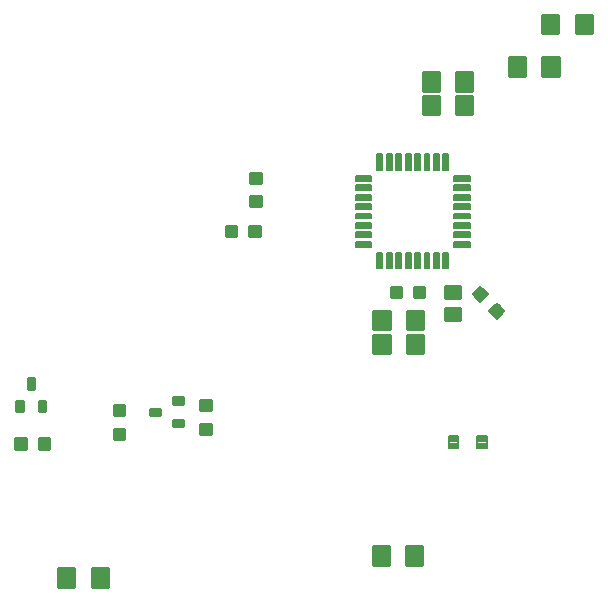
<source format=gbr>
G04 EAGLE Gerber RS-274X export*
G75*
%MOMM*%
%FSLAX34Y34*%
%LPD*%
%INSolderpaste Top*%
%IPPOS*%
%AMOC8*
5,1,8,0,0,1.08239X$1,22.5*%
G01*
%ADD10C,0.320000*%
%ADD11C,0.330000*%
%ADD12C,0.200000*%
%ADD13C,0.260000*%
%ADD14C,0.416000*%
%ADD15C,0.137500*%


D10*
X320600Y243415D02*
X333400Y243415D01*
X333400Y228585D01*
X320600Y228585D01*
X320600Y243415D01*
X320600Y231625D02*
X333400Y231625D01*
X333400Y234665D02*
X320600Y234665D01*
X320600Y237705D02*
X333400Y237705D01*
X333400Y240745D02*
X320600Y240745D01*
X349040Y243415D02*
X361840Y243415D01*
X361840Y228585D01*
X349040Y228585D01*
X349040Y243415D01*
X349040Y231625D02*
X361840Y231625D01*
X361840Y234665D02*
X349040Y234665D01*
X349040Y237705D02*
X361840Y237705D01*
X361840Y240745D02*
X349040Y240745D01*
X390600Y450585D02*
X403400Y450585D01*
X390600Y450585D02*
X390600Y465415D01*
X403400Y465415D01*
X403400Y450585D01*
X403400Y453625D02*
X390600Y453625D01*
X390600Y456665D02*
X403400Y456665D01*
X403400Y459705D02*
X390600Y459705D01*
X390600Y462745D02*
X403400Y462745D01*
X374960Y450585D02*
X362160Y450585D01*
X362160Y465415D01*
X374960Y465415D01*
X374960Y450585D01*
X374960Y453625D02*
X362160Y453625D01*
X362160Y456665D02*
X374960Y456665D01*
X374960Y459705D02*
X362160Y459705D01*
X362160Y462745D02*
X374960Y462745D01*
D11*
X342850Y276150D02*
X335150Y276150D01*
X335150Y283850D01*
X342850Y283850D01*
X342850Y276150D01*
X342850Y279285D02*
X335150Y279285D01*
X335150Y282420D02*
X342850Y282420D01*
X355150Y276150D02*
X362850Y276150D01*
X355150Y276150D02*
X355150Y283850D01*
X362850Y283850D01*
X362850Y276150D01*
X362850Y279285D02*
X355150Y279285D01*
X355150Y282420D02*
X362850Y282420D01*
D10*
X333400Y263415D02*
X320600Y263415D01*
X333400Y263415D02*
X333400Y248585D01*
X320600Y248585D01*
X320600Y263415D01*
X320600Y251625D02*
X333400Y251625D01*
X333400Y254665D02*
X320600Y254665D01*
X320600Y257705D02*
X333400Y257705D01*
X333400Y260745D02*
X320600Y260745D01*
X349040Y263415D02*
X361840Y263415D01*
X361840Y248585D01*
X349040Y248585D01*
X349040Y263415D01*
X349040Y251625D02*
X361840Y251625D01*
X361840Y254665D02*
X349040Y254665D01*
X349040Y257705D02*
X361840Y257705D01*
X361840Y260745D02*
X349040Y260745D01*
X390600Y430585D02*
X403400Y430585D01*
X390600Y430585D02*
X390600Y445415D01*
X403400Y445415D01*
X403400Y430585D01*
X403400Y433625D02*
X390600Y433625D01*
X390600Y436665D02*
X403400Y436665D01*
X403400Y439705D02*
X390600Y439705D01*
X390600Y442745D02*
X403400Y442745D01*
X374960Y430585D02*
X362160Y430585D01*
X362160Y445415D01*
X374960Y445415D01*
X374960Y430585D01*
X374960Y433625D02*
X362160Y433625D01*
X362160Y436665D02*
X374960Y436665D01*
X374960Y439705D02*
X362160Y439705D01*
X362160Y442745D02*
X374960Y442745D01*
D12*
X391662Y158012D02*
X391662Y148012D01*
X383662Y148012D01*
X383662Y158012D01*
X391662Y158012D01*
X391662Y149912D02*
X383662Y149912D01*
X383662Y151812D02*
X391662Y151812D01*
X391662Y153712D02*
X383662Y153712D01*
X383662Y155612D02*
X391662Y155612D01*
X391662Y157512D02*
X383662Y157512D01*
X415662Y158012D02*
X415662Y148012D01*
X407662Y148012D01*
X407662Y158012D01*
X415662Y158012D01*
X415662Y149912D02*
X407662Y149912D01*
X407662Y151812D02*
X415662Y151812D01*
X415662Y153712D02*
X407662Y153712D01*
X407662Y155612D02*
X415662Y155612D01*
X415662Y157512D02*
X407662Y157512D01*
D10*
X66560Y45575D02*
X53760Y45575D01*
X66560Y45575D02*
X66560Y30745D01*
X53760Y30745D01*
X53760Y45575D01*
X53760Y33785D02*
X66560Y33785D01*
X66560Y36825D02*
X53760Y36825D01*
X53760Y39865D02*
X66560Y39865D01*
X66560Y42905D02*
X53760Y42905D01*
X82200Y45575D02*
X95000Y45575D01*
X95000Y30745D01*
X82200Y30745D01*
X82200Y45575D01*
X82200Y33785D02*
X95000Y33785D01*
X95000Y36825D02*
X82200Y36825D01*
X82200Y39865D02*
X95000Y39865D01*
X95000Y42905D02*
X82200Y42905D01*
D13*
X393042Y256364D02*
X393042Y266764D01*
X393042Y256364D02*
X380642Y256364D01*
X380642Y266764D01*
X393042Y266764D01*
X393042Y258834D02*
X380642Y258834D01*
X380642Y261304D02*
X393042Y261304D01*
X393042Y263774D02*
X380642Y263774D01*
X380642Y266244D02*
X393042Y266244D01*
X393042Y275364D02*
X393042Y285764D01*
X393042Y275364D02*
X380642Y275364D01*
X380642Y285764D01*
X393042Y285764D01*
X393042Y277834D02*
X380642Y277834D01*
X380642Y280304D02*
X393042Y280304D01*
X393042Y282774D02*
X380642Y282774D01*
X380642Y285244D02*
X393042Y285244D01*
D10*
X332680Y64277D02*
X319880Y64277D01*
X332680Y64277D02*
X332680Y49447D01*
X319880Y49447D01*
X319880Y64277D01*
X319880Y52487D02*
X332680Y52487D01*
X332680Y55527D02*
X319880Y55527D01*
X319880Y58567D02*
X332680Y58567D01*
X332680Y61607D02*
X319880Y61607D01*
X348320Y64277D02*
X361120Y64277D01*
X361120Y49447D01*
X348320Y49447D01*
X348320Y64277D01*
X348320Y52487D02*
X361120Y52487D01*
X361120Y55527D02*
X348320Y55527D01*
X348320Y58567D02*
X361120Y58567D01*
X361120Y61607D02*
X348320Y61607D01*
D11*
X216474Y372816D02*
X216474Y380516D01*
X224174Y380516D01*
X224174Y372816D01*
X216474Y372816D01*
X216474Y375951D02*
X224174Y375951D01*
X224174Y379086D02*
X216474Y379086D01*
X216474Y360516D02*
X216474Y352816D01*
X216474Y360516D02*
X224174Y360516D01*
X224174Y352816D01*
X216474Y352816D01*
X216474Y355951D02*
X224174Y355951D01*
X224174Y359086D02*
X216474Y359086D01*
X215638Y335426D02*
X223338Y335426D01*
X223338Y327726D01*
X215638Y327726D01*
X215638Y335426D01*
X215638Y330861D02*
X223338Y330861D01*
X223338Y333996D02*
X215638Y333996D01*
X203338Y335426D02*
X195638Y335426D01*
X203338Y335426D02*
X203338Y327726D01*
X195638Y327726D01*
X195638Y335426D01*
X195638Y330861D02*
X203338Y330861D01*
X203338Y333996D02*
X195638Y333996D01*
X424237Y269543D02*
X429681Y264099D01*
X424237Y258655D01*
X418793Y264099D01*
X424237Y269543D01*
X427372Y261790D02*
X421102Y261790D01*
X419619Y264925D02*
X428855Y264925D01*
X425720Y268060D02*
X422754Y268060D01*
X415539Y278241D02*
X410095Y283685D01*
X415539Y278241D02*
X410095Y272797D01*
X404651Y278241D01*
X410095Y283685D01*
X413230Y275932D02*
X406960Y275932D01*
X405477Y279067D02*
X414713Y279067D01*
X411578Y282202D02*
X408612Y282202D01*
D10*
X491920Y499385D02*
X504720Y499385D01*
X491920Y499385D02*
X491920Y514215D01*
X504720Y514215D01*
X504720Y499385D01*
X504720Y502425D02*
X491920Y502425D01*
X491920Y505465D02*
X504720Y505465D01*
X504720Y508505D02*
X491920Y508505D01*
X491920Y511545D02*
X504720Y511545D01*
X476280Y499385D02*
X463480Y499385D01*
X463480Y514215D01*
X476280Y514215D01*
X476280Y499385D01*
X476280Y502425D02*
X463480Y502425D01*
X463480Y505465D02*
X476280Y505465D01*
X476280Y508505D02*
X463480Y508505D01*
X463480Y511545D02*
X476280Y511545D01*
X476420Y463185D02*
X463620Y463185D01*
X463620Y478015D01*
X476420Y478015D01*
X476420Y463185D01*
X476420Y466225D02*
X463620Y466225D01*
X463620Y469265D02*
X476420Y469265D01*
X476420Y472305D02*
X463620Y472305D01*
X463620Y475345D02*
X476420Y475345D01*
X447980Y463185D02*
X435180Y463185D01*
X435180Y478015D01*
X447980Y478015D01*
X447980Y463185D01*
X447980Y466225D02*
X435180Y466225D01*
X435180Y469265D02*
X447980Y469265D01*
X447980Y472305D02*
X435180Y472305D01*
X435180Y475345D02*
X447980Y475345D01*
D11*
X45170Y155470D02*
X37470Y155470D01*
X45170Y155470D02*
X45170Y147770D01*
X37470Y147770D01*
X37470Y155470D01*
X37470Y150905D02*
X45170Y150905D01*
X45170Y154040D02*
X37470Y154040D01*
X25170Y155470D02*
X17470Y155470D01*
X25170Y155470D02*
X25170Y147770D01*
X17470Y147770D01*
X17470Y155470D01*
X17470Y150905D02*
X25170Y150905D01*
X25170Y154040D02*
X17470Y154040D01*
X108870Y156110D02*
X108870Y163810D01*
X108870Y156110D02*
X101170Y156110D01*
X101170Y163810D01*
X108870Y163810D01*
X108870Y159245D02*
X101170Y159245D01*
X101170Y162380D02*
X108870Y162380D01*
X108870Y176110D02*
X108870Y183810D01*
X108870Y176110D02*
X101170Y176110D01*
X101170Y183810D01*
X108870Y183810D01*
X108870Y179245D02*
X101170Y179245D01*
X101170Y182380D02*
X108870Y182380D01*
X174130Y180170D02*
X174130Y187870D01*
X181830Y187870D01*
X181830Y180170D01*
X174130Y180170D01*
X174130Y183305D02*
X181830Y183305D01*
X181830Y186440D02*
X174130Y186440D01*
X174130Y167870D02*
X174130Y160170D01*
X174130Y167870D02*
X181830Y167870D01*
X181830Y160170D01*
X174130Y160170D01*
X174130Y163305D02*
X181830Y163305D01*
X181830Y166440D02*
X174130Y166440D01*
D14*
X18280Y179990D02*
X18280Y187130D01*
X22120Y187130D01*
X22120Y179990D01*
X18280Y179990D01*
X18280Y183942D02*
X22120Y183942D01*
X37280Y187130D02*
X37280Y179990D01*
X37280Y187130D02*
X41120Y187130D01*
X41120Y179990D01*
X37280Y179990D01*
X37280Y183942D02*
X41120Y183942D01*
X31620Y199190D02*
X31620Y206330D01*
X31620Y199190D02*
X27780Y199190D01*
X27780Y206330D01*
X31620Y206330D01*
X31620Y203142D02*
X27780Y203142D01*
X150630Y167380D02*
X157770Y167380D01*
X150630Y167380D02*
X150630Y171220D01*
X157770Y171220D01*
X157770Y167380D01*
X157770Y186380D02*
X150630Y186380D01*
X150630Y190220D01*
X157770Y190220D01*
X157770Y186380D01*
X138570Y180720D02*
X131430Y180720D01*
X138570Y180720D02*
X138570Y176880D01*
X131430Y176880D01*
X131430Y180720D01*
D15*
X304737Y374537D02*
X304737Y378663D01*
X318063Y378663D01*
X318063Y374537D01*
X304737Y374537D01*
X304737Y375843D02*
X318063Y375843D01*
X318063Y377149D02*
X304737Y377149D01*
X304737Y378455D02*
X318063Y378455D01*
X304737Y370663D02*
X304737Y366537D01*
X304737Y370663D02*
X318063Y370663D01*
X318063Y366537D01*
X304737Y366537D01*
X304737Y367843D02*
X318063Y367843D01*
X318063Y369149D02*
X304737Y369149D01*
X304737Y370455D02*
X318063Y370455D01*
X304737Y362663D02*
X304737Y358537D01*
X304737Y362663D02*
X318063Y362663D01*
X318063Y358537D01*
X304737Y358537D01*
X304737Y359843D02*
X318063Y359843D01*
X318063Y361149D02*
X304737Y361149D01*
X304737Y362455D02*
X318063Y362455D01*
X304737Y354663D02*
X304737Y350537D01*
X304737Y354663D02*
X318063Y354663D01*
X318063Y350537D01*
X304737Y350537D01*
X304737Y351843D02*
X318063Y351843D01*
X318063Y353149D02*
X304737Y353149D01*
X304737Y354455D02*
X318063Y354455D01*
X304737Y346663D02*
X304737Y342537D01*
X304737Y346663D02*
X318063Y346663D01*
X318063Y342537D01*
X304737Y342537D01*
X304737Y343843D02*
X318063Y343843D01*
X318063Y345149D02*
X304737Y345149D01*
X304737Y346455D02*
X318063Y346455D01*
X304737Y338663D02*
X304737Y334537D01*
X304737Y338663D02*
X318063Y338663D01*
X318063Y334537D01*
X304737Y334537D01*
X304737Y335843D02*
X318063Y335843D01*
X318063Y337149D02*
X304737Y337149D01*
X304737Y338455D02*
X318063Y338455D01*
X304737Y330663D02*
X304737Y326537D01*
X304737Y330663D02*
X318063Y330663D01*
X318063Y326537D01*
X304737Y326537D01*
X304737Y327843D02*
X318063Y327843D01*
X318063Y329149D02*
X304737Y329149D01*
X304737Y330455D02*
X318063Y330455D01*
X304737Y322663D02*
X304737Y318537D01*
X304737Y322663D02*
X318063Y322663D01*
X318063Y318537D01*
X304737Y318537D01*
X304737Y319843D02*
X318063Y319843D01*
X318063Y321149D02*
X304737Y321149D01*
X304737Y322455D02*
X318063Y322455D01*
X388137Y322663D02*
X388137Y318537D01*
X388137Y322663D02*
X401463Y322663D01*
X401463Y318537D01*
X388137Y318537D01*
X388137Y319843D02*
X401463Y319843D01*
X401463Y321149D02*
X388137Y321149D01*
X388137Y322455D02*
X401463Y322455D01*
X388137Y326537D02*
X388137Y330663D01*
X401463Y330663D01*
X401463Y326537D01*
X388137Y326537D01*
X388137Y327843D02*
X401463Y327843D01*
X401463Y329149D02*
X388137Y329149D01*
X388137Y330455D02*
X401463Y330455D01*
X388137Y334537D02*
X388137Y338663D01*
X401463Y338663D01*
X401463Y334537D01*
X388137Y334537D01*
X388137Y335843D02*
X401463Y335843D01*
X401463Y337149D02*
X388137Y337149D01*
X388137Y338455D02*
X401463Y338455D01*
X388137Y342537D02*
X388137Y346663D01*
X401463Y346663D01*
X401463Y342537D01*
X388137Y342537D01*
X388137Y343843D02*
X401463Y343843D01*
X401463Y345149D02*
X388137Y345149D01*
X388137Y346455D02*
X401463Y346455D01*
X388137Y350537D02*
X388137Y354663D01*
X401463Y354663D01*
X401463Y350537D01*
X388137Y350537D01*
X388137Y351843D02*
X401463Y351843D01*
X401463Y353149D02*
X388137Y353149D01*
X388137Y354455D02*
X401463Y354455D01*
X388137Y358537D02*
X388137Y362663D01*
X401463Y362663D01*
X401463Y358537D01*
X388137Y358537D01*
X388137Y359843D02*
X401463Y359843D01*
X401463Y361149D02*
X388137Y361149D01*
X388137Y362455D02*
X401463Y362455D01*
X388137Y366537D02*
X388137Y370663D01*
X401463Y370663D01*
X401463Y366537D01*
X388137Y366537D01*
X388137Y367843D02*
X401463Y367843D01*
X401463Y369149D02*
X388137Y369149D01*
X388137Y370455D02*
X401463Y370455D01*
X388137Y374537D02*
X388137Y378663D01*
X401463Y378663D01*
X401463Y374537D01*
X388137Y374537D01*
X388137Y375843D02*
X401463Y375843D01*
X401463Y377149D02*
X388137Y377149D01*
X388137Y378455D02*
X401463Y378455D01*
X379037Y383637D02*
X379037Y396963D01*
X383163Y396963D01*
X383163Y383637D01*
X379037Y383637D01*
X379037Y384943D02*
X383163Y384943D01*
X383163Y386249D02*
X379037Y386249D01*
X379037Y387555D02*
X383163Y387555D01*
X383163Y388861D02*
X379037Y388861D01*
X379037Y390167D02*
X383163Y390167D01*
X383163Y391473D02*
X379037Y391473D01*
X379037Y392779D02*
X383163Y392779D01*
X383163Y394085D02*
X379037Y394085D01*
X379037Y395391D02*
X383163Y395391D01*
X383163Y396697D02*
X379037Y396697D01*
X371037Y396963D02*
X371037Y383637D01*
X371037Y396963D02*
X375163Y396963D01*
X375163Y383637D01*
X371037Y383637D01*
X371037Y384943D02*
X375163Y384943D01*
X375163Y386249D02*
X371037Y386249D01*
X371037Y387555D02*
X375163Y387555D01*
X375163Y388861D02*
X371037Y388861D01*
X371037Y390167D02*
X375163Y390167D01*
X375163Y391473D02*
X371037Y391473D01*
X371037Y392779D02*
X375163Y392779D01*
X375163Y394085D02*
X371037Y394085D01*
X371037Y395391D02*
X375163Y395391D01*
X375163Y396697D02*
X371037Y396697D01*
X363037Y396963D02*
X363037Y383637D01*
X363037Y396963D02*
X367163Y396963D01*
X367163Y383637D01*
X363037Y383637D01*
X363037Y384943D02*
X367163Y384943D01*
X367163Y386249D02*
X363037Y386249D01*
X363037Y387555D02*
X367163Y387555D01*
X367163Y388861D02*
X363037Y388861D01*
X363037Y390167D02*
X367163Y390167D01*
X367163Y391473D02*
X363037Y391473D01*
X363037Y392779D02*
X367163Y392779D01*
X367163Y394085D02*
X363037Y394085D01*
X363037Y395391D02*
X367163Y395391D01*
X367163Y396697D02*
X363037Y396697D01*
X355037Y396963D02*
X355037Y383637D01*
X355037Y396963D02*
X359163Y396963D01*
X359163Y383637D01*
X355037Y383637D01*
X355037Y384943D02*
X359163Y384943D01*
X359163Y386249D02*
X355037Y386249D01*
X355037Y387555D02*
X359163Y387555D01*
X359163Y388861D02*
X355037Y388861D01*
X355037Y390167D02*
X359163Y390167D01*
X359163Y391473D02*
X355037Y391473D01*
X355037Y392779D02*
X359163Y392779D01*
X359163Y394085D02*
X355037Y394085D01*
X355037Y395391D02*
X359163Y395391D01*
X359163Y396697D02*
X355037Y396697D01*
X347037Y396963D02*
X347037Y383637D01*
X347037Y396963D02*
X351163Y396963D01*
X351163Y383637D01*
X347037Y383637D01*
X347037Y384943D02*
X351163Y384943D01*
X351163Y386249D02*
X347037Y386249D01*
X347037Y387555D02*
X351163Y387555D01*
X351163Y388861D02*
X347037Y388861D01*
X347037Y390167D02*
X351163Y390167D01*
X351163Y391473D02*
X347037Y391473D01*
X347037Y392779D02*
X351163Y392779D01*
X351163Y394085D02*
X347037Y394085D01*
X347037Y395391D02*
X351163Y395391D01*
X351163Y396697D02*
X347037Y396697D01*
X339037Y396963D02*
X339037Y383637D01*
X339037Y396963D02*
X343163Y396963D01*
X343163Y383637D01*
X339037Y383637D01*
X339037Y384943D02*
X343163Y384943D01*
X343163Y386249D02*
X339037Y386249D01*
X339037Y387555D02*
X343163Y387555D01*
X343163Y388861D02*
X339037Y388861D01*
X339037Y390167D02*
X343163Y390167D01*
X343163Y391473D02*
X339037Y391473D01*
X339037Y392779D02*
X343163Y392779D01*
X343163Y394085D02*
X339037Y394085D01*
X339037Y395391D02*
X343163Y395391D01*
X343163Y396697D02*
X339037Y396697D01*
X331037Y396963D02*
X331037Y383637D01*
X331037Y396963D02*
X335163Y396963D01*
X335163Y383637D01*
X331037Y383637D01*
X331037Y384943D02*
X335163Y384943D01*
X335163Y386249D02*
X331037Y386249D01*
X331037Y387555D02*
X335163Y387555D01*
X335163Y388861D02*
X331037Y388861D01*
X331037Y390167D02*
X335163Y390167D01*
X335163Y391473D02*
X331037Y391473D01*
X331037Y392779D02*
X335163Y392779D01*
X335163Y394085D02*
X331037Y394085D01*
X331037Y395391D02*
X335163Y395391D01*
X335163Y396697D02*
X331037Y396697D01*
X323037Y396963D02*
X323037Y383637D01*
X323037Y396963D02*
X327163Y396963D01*
X327163Y383637D01*
X323037Y383637D01*
X323037Y384943D02*
X327163Y384943D01*
X327163Y386249D02*
X323037Y386249D01*
X323037Y387555D02*
X327163Y387555D01*
X327163Y388861D02*
X323037Y388861D01*
X323037Y390167D02*
X327163Y390167D01*
X327163Y391473D02*
X323037Y391473D01*
X323037Y392779D02*
X327163Y392779D01*
X327163Y394085D02*
X323037Y394085D01*
X323037Y395391D02*
X327163Y395391D01*
X327163Y396697D02*
X323037Y396697D01*
X323037Y313563D02*
X323037Y300237D01*
X323037Y313563D02*
X327163Y313563D01*
X327163Y300237D01*
X323037Y300237D01*
X323037Y301543D02*
X327163Y301543D01*
X327163Y302849D02*
X323037Y302849D01*
X323037Y304155D02*
X327163Y304155D01*
X327163Y305461D02*
X323037Y305461D01*
X323037Y306767D02*
X327163Y306767D01*
X327163Y308073D02*
X323037Y308073D01*
X323037Y309379D02*
X327163Y309379D01*
X327163Y310685D02*
X323037Y310685D01*
X323037Y311991D02*
X327163Y311991D01*
X327163Y313297D02*
X323037Y313297D01*
X331037Y313563D02*
X331037Y300237D01*
X331037Y313563D02*
X335163Y313563D01*
X335163Y300237D01*
X331037Y300237D01*
X331037Y301543D02*
X335163Y301543D01*
X335163Y302849D02*
X331037Y302849D01*
X331037Y304155D02*
X335163Y304155D01*
X335163Y305461D02*
X331037Y305461D01*
X331037Y306767D02*
X335163Y306767D01*
X335163Y308073D02*
X331037Y308073D01*
X331037Y309379D02*
X335163Y309379D01*
X335163Y310685D02*
X331037Y310685D01*
X331037Y311991D02*
X335163Y311991D01*
X335163Y313297D02*
X331037Y313297D01*
X339037Y313563D02*
X339037Y300237D01*
X339037Y313563D02*
X343163Y313563D01*
X343163Y300237D01*
X339037Y300237D01*
X339037Y301543D02*
X343163Y301543D01*
X343163Y302849D02*
X339037Y302849D01*
X339037Y304155D02*
X343163Y304155D01*
X343163Y305461D02*
X339037Y305461D01*
X339037Y306767D02*
X343163Y306767D01*
X343163Y308073D02*
X339037Y308073D01*
X339037Y309379D02*
X343163Y309379D01*
X343163Y310685D02*
X339037Y310685D01*
X339037Y311991D02*
X343163Y311991D01*
X343163Y313297D02*
X339037Y313297D01*
X347037Y313563D02*
X347037Y300237D01*
X347037Y313563D02*
X351163Y313563D01*
X351163Y300237D01*
X347037Y300237D01*
X347037Y301543D02*
X351163Y301543D01*
X351163Y302849D02*
X347037Y302849D01*
X347037Y304155D02*
X351163Y304155D01*
X351163Y305461D02*
X347037Y305461D01*
X347037Y306767D02*
X351163Y306767D01*
X351163Y308073D02*
X347037Y308073D01*
X347037Y309379D02*
X351163Y309379D01*
X351163Y310685D02*
X347037Y310685D01*
X347037Y311991D02*
X351163Y311991D01*
X351163Y313297D02*
X347037Y313297D01*
X355037Y313563D02*
X355037Y300237D01*
X355037Y313563D02*
X359163Y313563D01*
X359163Y300237D01*
X355037Y300237D01*
X355037Y301543D02*
X359163Y301543D01*
X359163Y302849D02*
X355037Y302849D01*
X355037Y304155D02*
X359163Y304155D01*
X359163Y305461D02*
X355037Y305461D01*
X355037Y306767D02*
X359163Y306767D01*
X359163Y308073D02*
X355037Y308073D01*
X355037Y309379D02*
X359163Y309379D01*
X359163Y310685D02*
X355037Y310685D01*
X355037Y311991D02*
X359163Y311991D01*
X359163Y313297D02*
X355037Y313297D01*
X363037Y313563D02*
X363037Y300237D01*
X363037Y313563D02*
X367163Y313563D01*
X367163Y300237D01*
X363037Y300237D01*
X363037Y301543D02*
X367163Y301543D01*
X367163Y302849D02*
X363037Y302849D01*
X363037Y304155D02*
X367163Y304155D01*
X367163Y305461D02*
X363037Y305461D01*
X363037Y306767D02*
X367163Y306767D01*
X367163Y308073D02*
X363037Y308073D01*
X363037Y309379D02*
X367163Y309379D01*
X367163Y310685D02*
X363037Y310685D01*
X363037Y311991D02*
X367163Y311991D01*
X367163Y313297D02*
X363037Y313297D01*
X371037Y313563D02*
X371037Y300237D01*
X371037Y313563D02*
X375163Y313563D01*
X375163Y300237D01*
X371037Y300237D01*
X371037Y301543D02*
X375163Y301543D01*
X375163Y302849D02*
X371037Y302849D01*
X371037Y304155D02*
X375163Y304155D01*
X375163Y305461D02*
X371037Y305461D01*
X371037Y306767D02*
X375163Y306767D01*
X375163Y308073D02*
X371037Y308073D01*
X371037Y309379D02*
X375163Y309379D01*
X375163Y310685D02*
X371037Y310685D01*
X371037Y311991D02*
X375163Y311991D01*
X375163Y313297D02*
X371037Y313297D01*
X379037Y313563D02*
X379037Y300237D01*
X379037Y313563D02*
X383163Y313563D01*
X383163Y300237D01*
X379037Y300237D01*
X379037Y301543D02*
X383163Y301543D01*
X383163Y302849D02*
X379037Y302849D01*
X379037Y304155D02*
X383163Y304155D01*
X383163Y305461D02*
X379037Y305461D01*
X379037Y306767D02*
X383163Y306767D01*
X383163Y308073D02*
X379037Y308073D01*
X379037Y309379D02*
X383163Y309379D01*
X383163Y310685D02*
X379037Y310685D01*
X379037Y311991D02*
X383163Y311991D01*
X383163Y313297D02*
X379037Y313297D01*
M02*

</source>
